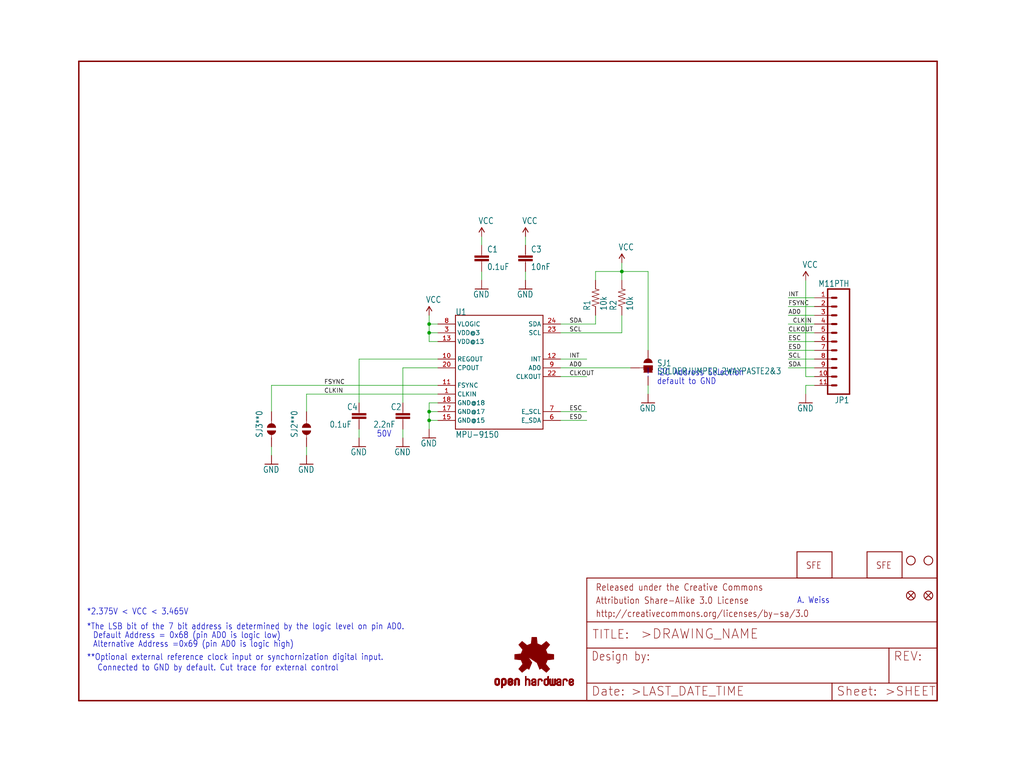
<source format=kicad_sch>
(kicad_sch (version 20211123) (generator eeschema)
  (paper "User" 297.002 223.926)
  (lib_symbols
    (symbol "schematicEagle-eagle-import:CAP0402-CAP"
      (property "Reference" "C" (at 1.524 2.921 0))
      (property "Value" "CAP0402-CAP" (at 1.524 -2.159 0))
      (symbol "CAP0402-CAP_1_0"
        (pin passive line (at 0 5.08 270) (length 2.54) (name "1") (number "1"))
        (pin passive line (at 0 -2.54 90) (length 2.54) (name "2") (number "2"))
      )
    )
    (symbol "schematicEagle-eagle-import:FIDUCIALUFIDUCIAL")
    (symbol "schematicEagle-eagle-import:FRAME-LETTER"
      (symbol "FRAME-LETTER_2_0"
        (text ">DRAWING_NAME" (at 15.494 17.78 0) (effects (font (size 2.7432 2.7432)) (justify left bottom)))
        (text ">LAST_DATE_TIME" (at 12.7 1.27 0) (effects (font (size 2.54 2.54)) (justify left bottom)))
        (text ">SHEET" (at 86.36 1.27 0) (effects (font (size 2.54 2.54)) (justify left bottom)))
        (text "Attribution Share-Alike 3.0 License" (at 2.54 27.94 0) (effects (font (size 1.9304 1.6408)) (justify left bottom)))
        (text "Date:" (at 1.27 1.27 0) (effects (font (size 2.54 2.54)) (justify left bottom)))
        (text "Design by:" (at 1.27 11.43 0) (effects (font (size 2.54 2.159)) (justify left bottom)))
        (text "http://creativecommons.org/licenses/by-sa/3.0" (at 2.54 24.13 0) (effects (font (size 1.9304 1.6408)) (justify left bottom)))
        (text "Released under the Creative Commons" (at 2.54 31.75 0) (effects (font (size 1.9304 1.6408)) (justify left bottom)))
        (text "REV:" (at 88.9 11.43 0) (effects (font (size 2.54 2.54)) (justify left bottom)))
        (text "Sheet:" (at 72.39 1.27 0) (effects (font (size 2.54 2.54)) (justify left bottom)))
        (text "TITLE:" (at 1.524 17.78 0) (effects (font (size 2.54 2.54)) (justify left bottom)))
      )
    )
    (symbol "schematicEagle-eagle-import:GND" (power)
      (property "Value" "GND" (at -2.54 -2.54 0))
      (symbol "GND_1_0"
        (pin power_in line (at 0 2.54 270) (length 2.54) (name "GND") (number "1"))
      )
    )
    (symbol "schematicEagle-eagle-import:LOGO-SFENW2"
      (symbol "LOGO-SFENW2_1_0"
        (text "SFE" (at 0 0 0) (effects (font (size 1.9304 1.6408)) (justify left bottom)))
      )
    )
    (symbol "schematicEagle-eagle-import:LOGO-SFESK"
      (symbol "LOGO-SFESK_1_0"
        (text "SFE" (at 0 0 0) (effects (font (size 1.9304 1.6408)) (justify left bottom)))
      )
    )
    (symbol "schematicEagle-eagle-import:M11PTH"
      (property "Reference" "JP" (at 0 16.002 0))
      (property "Value" "M11PTH" (at 0 -17.78 0))
      (symbol "M11PTH_1_0"
        (pin passive line (at 10.16 -12.7 180) (length 5.08) (name "1") (number "1"))
        (pin passive line (at 10.16 10.16 180) (length 5.08) (name "10") (number "10"))
        (pin passive line (at 10.16 12.7 180) (length 5.08) (name "11") (number "11"))
        (pin passive line (at 10.16 -10.16 180) (length 5.08) (name "2") (number "2"))
        (pin passive line (at 10.16 -7.62 180) (length 5.08) (name "3") (number "3"))
        (pin passive line (at 10.16 -5.08 180) (length 5.08) (name "4") (number "4"))
        (pin passive line (at 10.16 -2.54 180) (length 5.08) (name "5") (number "5"))
        (pin passive line (at 10.16 0 180) (length 5.08) (name "6") (number "6"))
        (pin passive line (at 10.16 2.54 180) (length 5.08) (name "7") (number "7"))
        (pin passive line (at 10.16 5.08 180) (length 5.08) (name "8") (number "8"))
        (pin passive line (at 10.16 7.62 180) (length 5.08) (name "9") (number "9"))
      )
    )
    (symbol "schematicEagle-eagle-import:MPU-9150QFN-24-NP"
      (property "Reference" "U" (at -12.7 17.78 0))
      (property "Value" "MPU-9150QFN-24-NP" (at -12.7 -17.78 0))
      (symbol "MPU-9150QFN-24-NP_1_0"
        (pin bidirectional line (at -17.78 -5.08 0) (length 5.08) (name "CLKIN") (number "1"))
        (pin bidirectional line (at -17.78 5.08 0) (length 5.08) (name "REGOUT") (number "10"))
        (pin bidirectional line (at -17.78 -2.54 0) (length 5.08) (name "FSYNC") (number "11"))
        (pin bidirectional line (at 17.78 5.08 180) (length 5.08) (name "INT") (number "12"))
        (pin bidirectional line (at -17.78 10.16 0) (length 5.08) (name "VDD@13") (number "13"))
        (pin bidirectional line (at -17.78 -12.7 0) (length 5.08) (name "GND@15") (number "15"))
        (pin bidirectional line (at -17.78 -10.16 0) (length 5.08) (name "GND@17") (number "17"))
        (pin bidirectional line (at -17.78 -7.62 0) (length 5.08) (name "GND@18") (number "18"))
        (pin bidirectional line (at -17.78 2.54 0) (length 5.08) (name "CPOUT") (number "20"))
        (pin bidirectional line (at 17.78 0 180) (length 5.08) (name "CLKOUT") (number "22"))
        (pin bidirectional line (at 17.78 12.7 180) (length 5.08) (name "SCL") (number "23"))
        (pin bidirectional line (at 17.78 15.24 180) (length 5.08) (name "SDA") (number "24"))
        (pin bidirectional line (at -17.78 12.7 0) (length 5.08) (name "VDD@3") (number "3"))
        (pin bidirectional line (at 17.78 -12.7 180) (length 5.08) (name "E_SDA") (number "6"))
        (pin bidirectional line (at 17.78 -10.16 180) (length 5.08) (name "E_SCL") (number "7"))
        (pin bidirectional line (at -17.78 15.24 0) (length 5.08) (name "VLOGIC") (number "8"))
        (pin bidirectional line (at 17.78 2.54 180) (length 5.08) (name "AD0") (number "9"))
      )
    )
    (symbol "schematicEagle-eagle-import:OSHW-LOGOS")
    (symbol "schematicEagle-eagle-import:RESISTOR0402-RES"
      (property "Reference" "R" (at -3.81 1.4986 0))
      (property "Value" "RESISTOR0402-RES" (at -3.81 -3.302 0))
      (symbol "RESISTOR0402-RES_1_0"
        (pin passive line (at -5.08 0 0) (length 2.54) (name "1") (number "1"))
        (pin passive line (at 5.08 0 180) (length 2.54) (name "2") (number "2"))
      )
    )
    (symbol "schematicEagle-eagle-import:SOLDERJUMPERTRACE"
      (property "Reference" "SJ" (at -2.54 2.54 0))
      (property "Value" "SOLDERJUMPERTRACE" (at -2.54 -5.08 0))
      (symbol "SOLDERJUMPERTRACE_1_0"
        (pin passive line (at -5.08 0 0) (length 2.54) (name "1") (number "1"))
        (pin passive line (at 5.08 0 180) (length 2.54) (name "2") (number "2"))
      )
    )
    (symbol "schematicEagle-eagle-import:SOLDERJUMPER_2WAYPASTE2&3"
      (property "Reference" "SJ" (at 2.54 0.381 0))
      (property "Value" "SOLDERJUMPER_2WAYPASTE2&3" (at 2.54 -1.905 0))
      (symbol "SOLDERJUMPER_2WAYPASTE2&3_1_0"
        (pin passive line (at 0 5.08 270) (length 2.54) (name "1") (number "1"))
        (pin passive line (at -5.08 0 0) (length 2.54) (name "2") (number "2"))
        (pin passive line (at 0 -5.08 90) (length 2.54) (name "3") (number "3"))
      )
    )
    (symbol "schematicEagle-eagle-import:STAND-OFF")
    (symbol "schematicEagle-eagle-import:VCC" (power)
      (property "Value" "VCC" (at -1.016 3.556 0))
      (symbol "VCC_1_0"
        (pin power_in line (at 0 0 90) (length 2.54) (name "VCC") (number "1"))
      )
    )
  )
  (junction (at 180.34 78.74))
  (junction (at 124.46 121.92))
  (junction (at 124.46 119.38))
  (junction (at 124.46 96.52))
  (junction (at 124.46 93.98))
  (wire (pts (xy 78.74 111.76) (xy 78.74 119.38)))
  (wire (pts (xy 236.22 93.98) (xy 228.6 93.98)))
  (wire (pts (xy 127 93.98) (xy 124.46 93.98)))
  (wire (pts (xy 228.6 104.14) (xy 236.22 104.14)))
  (wire (pts (xy 116.84 127) (xy 116.84 124.46)))
  (wire (pts (xy 236.22 111.76) (xy 233.68 111.76)))
  (wire (pts (xy 124.46 93.98) (xy 124.46 91.44)))
  (wire (pts (xy 124.46 121.92) (xy 124.46 124.46)))
  (wire (pts (xy 172.72 81.28) (xy 172.72 78.74)))
  (polyline (pts (xy 187.96 106.68) (xy 187.96 109.22)))
  (wire (pts (xy 152.4 68.58) (xy 152.4 71.12)))
  (wire (pts (xy 162.56 104.14) (xy 170.18 104.14)))
  (wire (pts (xy 228.6 99.06) (xy 236.22 99.06)))
  (wire (pts (xy 124.46 96.52) (xy 124.46 93.98)))
  (wire (pts (xy 228.6 101.6) (xy 236.22 101.6)))
  (wire (pts (xy 162.56 121.92) (xy 170.18 121.92)))
  (wire (pts (xy 172.72 93.98) (xy 172.72 91.44)))
  (wire (pts (xy 127 99.06) (xy 124.46 99.06)))
  (wire (pts (xy 180.34 78.74) (xy 180.34 81.28)))
  (wire (pts (xy 127 96.52) (xy 124.46 96.52)))
  (wire (pts (xy 88.9 129.54) (xy 88.9 132.08)))
  (wire (pts (xy 180.34 78.74) (xy 180.34 76.2)))
  (wire (pts (xy 187.96 101.6) (xy 187.96 78.74)))
  (wire (pts (xy 78.74 111.76) (xy 127 111.76)))
  (wire (pts (xy 162.56 96.52) (xy 180.34 96.52)))
  (wire (pts (xy 127 106.68) (xy 116.84 106.68)))
  (wire (pts (xy 124.46 119.38) (xy 124.46 121.92)))
  (wire (pts (xy 236.22 88.9) (xy 228.6 88.9)))
  (wire (pts (xy 162.56 106.68) (xy 182.88 106.68)))
  (wire (pts (xy 162.56 119.38) (xy 170.18 119.38)))
  (wire (pts (xy 127 116.84) (xy 124.46 116.84)))
  (wire (pts (xy 162.56 93.98) (xy 172.72 93.98)))
  (wire (pts (xy 228.6 96.52) (xy 236.22 96.52)))
  (wire (pts (xy 88.9 114.3) (xy 127 114.3)))
  (wire (pts (xy 236.22 109.22) (xy 233.68 109.22)))
  (wire (pts (xy 187.96 111.76) (xy 187.96 114.3)))
  (wire (pts (xy 187.96 78.74) (xy 180.34 78.74)))
  (wire (pts (xy 228.6 91.44) (xy 236.22 91.44)))
  (wire (pts (xy 139.7 81.28) (xy 139.7 78.74)))
  (wire (pts (xy 104.14 104.14) (xy 104.14 116.84)))
  (wire (pts (xy 162.56 109.22) (xy 170.18 109.22)))
  (wire (pts (xy 124.46 116.84) (xy 124.46 119.38)))
  (wire (pts (xy 88.9 114.3) (xy 88.9 119.38)))
  (wire (pts (xy 139.7 68.58) (xy 139.7 71.12)))
  (wire (pts (xy 104.14 127) (xy 104.14 124.46)))
  (wire (pts (xy 152.4 78.74) (xy 152.4 81.28)))
  (wire (pts (xy 172.72 78.74) (xy 180.34 78.74)))
  (wire (pts (xy 78.74 129.54) (xy 78.74 132.08)))
  (wire (pts (xy 233.68 111.76) (xy 233.68 114.3)))
  (wire (pts (xy 116.84 106.68) (xy 116.84 116.84)))
  (wire (pts (xy 228.6 86.36) (xy 236.22 86.36)))
  (wire (pts (xy 127 119.38) (xy 124.46 119.38)))
  (wire (pts (xy 127 121.92) (xy 124.46 121.92)))
  (wire (pts (xy 228.6 106.68) (xy 236.22 106.68)))
  (wire (pts (xy 127 104.14) (xy 104.14 104.14)))
  (wire (pts (xy 180.34 96.52) (xy 180.34 91.44)))
  (wire (pts (xy 124.46 99.06) (xy 124.46 96.52)))
  (wire (pts (xy 233.68 109.22) (xy 233.68 81.28)))
  (text "I2C Address Selection" (at 190.5 109.22 180) (effects (font (size 1.778 1.5113)) (justify left bottom)))
  (text "Default Address = 0x68 (pin AD0 is logic low)" (at 26.924 185.42 180) (effects (font (size 1.778 1.5113)) (justify left bottom)))
  (text "default to GND" (at 190.5 111.76 180) (effects (font (size 1.778 1.5113)) (justify left bottom)))
  (text "50V" (at 109.22 127 180) (effects (font (size 1.778 1.5113)) (justify left bottom)))
  (text "*The LSB bit of the 7 bit address is determined by the logic level on pin AD0." (at 25.146 182.88 0) (effects (font (size 1.778 1.5113)) (justify left bottom)))
  (text "Connected to GND by default. Cut trace for external control" (at 28.194 194.818 0) (effects (font (size 1.778 1.5113)) (justify left bottom)))
  (text "Alternative Address =0x69 (pin AD0 is logic high)" (at 26.924 187.96 180) (effects (font (size 1.778 1.5113)) (justify left bottom)))
  (text "A. Weiss" (at 231.14 175.26 180) (effects (font (size 1.778 1.5113)) (justify left bottom)))
  (text "*2.375V < VCC < 3.465V" (at 25.146 178.562 180) (effects (font (size 1.778 1.5113)) (justify left bottom)))
  (text "**Optional external reference clock input or synchornization digital input." (at 25.146 191.77 0) (effects (font (size 1.778 1.5113)) (justify left bottom)))
  (label "ESC" (at 165.1 119.38 0) (effects (font (size 1.2446 1.2446))))
  (label "AD0" (at 165.1 106.68 0) (effects (font (size 1.2446 1.2446))))
  (label "SCL" (at 165.1 96.52 0) (effects (font (size 1.2446 1.2446))))
  (label "CLKIN" (at 229.87 93.98 0) (effects (font (size 1.2446 1.2446))))
  (label "CLKIN" (at 93.98 114.3 0) (effects (font (size 1.2446 1.2446))))
  (label "SDA" (at 228.6 106.68 0) (effects (font (size 1.2446 1.2446))))
  (label "FSYNC" (at 93.98 111.76 0) (effects (font (size 1.2446 1.2446))))
  (label "INT" (at 228.6 86.36 0) (effects (font (size 1.2446 1.2446))))
  (label "AD0" (at 228.6 91.44 0) (effects (font (size 1.2446 1.2446))))
  (label "CLKOUT" (at 228.6 96.52 0) (effects (font (size 1.2446 1.2446))))
  (label "ESD" (at 228.6 101.6 0) (effects (font (size 1.2446 1.2446))))
  (label "INT" (at 165.1 104.14 0) (effects (font (size 1.2446 1.2446))))
  (label "SDA" (at 165.1 93.98 0) (effects (font (size 1.2446 1.2446))))
  (label "SCL" (at 228.6 104.14 0) (effects (font (size 1.2446 1.2446))))
  (label "ESD" (at 165.1 121.92 0) (effects (font (size 1.2446 1.2446))))
  (label "ESC" (at 228.6 99.06 0) (effects (font (size 1.2446 1.2446))))
  (label "FSYNC" (at 228.6 88.9 0) (effects (font (size 1.2446 1.2446))))
  (label "CLKOUT" (at 165.1 109.22 0) (effects (font (size 1.2446 1.2446))))
  (symbol (lib_id "schematicEagle-eagle-import:FIDUCIALUFIDUCIAL") (at 269.24 172.72 0) (unit 1)
    (property "Reference" "JP7" (effects hide))
    (property "Value" "FIDUCIALUFIDUCIAL" (effects hide))
    (property "Footprint" "schematicEagle:MICRO-FIDUCIAL" (effects hide))
  )
  (symbol (lib_id "schematicEagle-eagle-import:MPU-9150QFN-24-NP") (at 144.78 109.22 0) (unit 1)
    (property "Reference" "U1" (at 132.08 91.44 0) (effects (font (size 1.778 1.5113)) (justify left bottom)))
    (property "Value" "MPU-9150" (at 132.08 127 0) (effects (font (size 1.778 1.5113)) (justify left bottom)))
    (property "Footprint" "schematicEagle:QFN-24-NP" (effects hide))
  )
  (symbol (lib_id "schematicEagle-eagle-import:CAP0402-CAP") (at 139.7 76.2 0) (unit 1)
    (property "Reference" "C1" (at 141.224 73.279 0) (effects (font (size 1.778 1.5113)) (justify left bottom)))
    (property "Value" "0.1uF" (at 141.224 78.359 0) (effects (font (size 1.778 1.5113)) (justify left bottom)))
    (property "Footprint" "schematicEagle:0402-CAP" (effects hide))
  )
  (symbol (lib_id "schematicEagle-eagle-import:SOLDERJUMPERTRACE") (at 88.9 124.46 90) (unit 1)
    (property "Reference" "SJ2**0" (at 86.36 127 0) (effects (font (size 1.778 1.5113)) (justify left bottom)))
    (property "Value" "SOLDERJUMPERTRACE" (effects hide))
    (property "Footprint" "schematicEagle:SJ_2S-TRACE" (effects hide))
  )
  (symbol (lib_id "schematicEagle-eagle-import:RESISTOR0402-RES") (at 180.34 86.36 90) (unit 1)
    (property "Reference" "R2" (at 178.8414 90.17 0) (effects (font (size 1.778 1.5113)) (justify left bottom)))
    (property "Value" "10k" (at 183.642 90.17 0) (effects (font (size 1.778 1.5113)) (justify left bottom)))
    (property "Footprint" "schematicEagle:0402-RES" (effects hide))
  )
  (symbol (lib_id "schematicEagle-eagle-import:CAP0402-CAP") (at 152.4 76.2 0) (unit 1)
    (property "Reference" "C3" (at 153.924 73.279 0) (effects (font (size 1.778 1.5113)) (justify left bottom)))
    (property "Value" "10nF" (at 153.924 78.359 0) (effects (font (size 1.778 1.5113)) (justify left bottom)))
    (property "Footprint" "schematicEagle:0402-CAP" (effects hide))
  )
  (symbol (lib_id "schematicEagle-eagle-import:VCC") (at 139.7 68.58 0) (unit 1)
    (property "Reference" "#P+3" (effects hide))
    (property "Value" "VCC" (at 138.684 65.024 0) (effects (font (size 1.778 1.5113)) (justify left bottom)))
    (property "Footprint" "schematicEagle:" (effects hide))
  )
  (symbol (lib_id "schematicEagle-eagle-import:VCC") (at 152.4 68.58 0) (unit 1)
    (property "Reference" "#P+4" (effects hide))
    (property "Value" "VCC" (at 151.384 65.024 0) (effects (font (size 1.778 1.5113)) (justify left bottom)))
    (property "Footprint" "schematicEagle:" (effects hide))
  )
  (symbol (lib_id "schematicEagle-eagle-import:SOLDERJUMPER_2WAYPASTE2&3") (at 187.96 106.68 0) (unit 1)
    (property "Reference" "SJ1" (at 190.5 106.299 0) (effects (font (size 1.778 1.5113)) (justify left bottom)))
    (property "Value" "SOLDERJUMPER_2WAYPASTE2&3" (at 190.5 108.585 0) (effects (font (size 1.778 1.5113)) (justify left bottom)))
    (property "Footprint" "schematicEagle:SJ_3_PASTE2&3" (effects hide))
  )
  (symbol (lib_id "schematicEagle-eagle-import:STAND-OFF") (at 264.16 162.56 0) (unit 1)
    (property "Reference" "JP3" (effects hide))
    (property "Value" "STAND-OFF" (effects hide))
    (property "Footprint" "schematicEagle:STAND-OFF" (effects hide))
  )
  (symbol (lib_id "schematicEagle-eagle-import:VCC") (at 124.46 91.44 0) (unit 1)
    (property "Reference" "#P+1" (effects hide))
    (property "Value" "VCC" (at 123.444 87.884 0) (effects (font (size 1.778 1.5113)) (justify left bottom)))
    (property "Footprint" "schematicEagle:" (effects hide))
  )
  (symbol (lib_id "schematicEagle-eagle-import:GND") (at 152.4 83.82 0) (unit 1)
    (property "Reference" "#GND4" (effects hide))
    (property "Value" "GND" (at 149.86 86.36 0) (effects (font (size 1.778 1.5113)) (justify left bottom)))
    (property "Footprint" "schematicEagle:" (effects hide))
  )
  (symbol (lib_id "schematicEagle-eagle-import:GND") (at 139.7 83.82 0) (unit 1)
    (property "Reference" "#GND2" (effects hide))
    (property "Value" "GND" (at 137.16 86.36 0) (effects (font (size 1.778 1.5113)) (justify left bottom)))
    (property "Footprint" "schematicEagle:" (effects hide))
  )
  (symbol (lib_id "schematicEagle-eagle-import:GND") (at 78.74 134.62 0) (unit 1)
    (property "Reference" "#GND9" (effects hide))
    (property "Value" "GND" (at 76.2 137.16 0) (effects (font (size 1.778 1.5113)) (justify left bottom)))
    (property "Footprint" "schematicEagle:" (effects hide))
  )
  (symbol (lib_id "schematicEagle-eagle-import:M11PTH") (at 246.38 99.06 180) (unit 1)
    (property "Reference" "JP1" (at 246.38 115.062 0) (effects (font (size 1.778 1.5113)) (justify left bottom)))
    (property "Value" "M11PTH" (at 246.38 81.28 0) (effects (font (size 1.778 1.5113)) (justify left bottom)))
    (property "Footprint" "schematicEagle:1X11" (effects hide))
  )
  (symbol (lib_id "schematicEagle-eagle-import:FRAME-LETTER") (at 170.18 203.2 0) (unit 2)
    (property "Reference" "#FRAME1" (effects hide))
    (property "Value" "FRAME-LETTER" (effects hide))
    (property "Footprint" "schematicEagle:" (effects hide))
  )
  (symbol (lib_id "schematicEagle-eagle-import:GND") (at 104.14 129.54 0) (unit 1)
    (property "Reference" "#GND5" (effects hide))
    (property "Value" "GND" (at 101.6 132.08 0) (effects (font (size 1.778 1.5113)) (justify left bottom)))
    (property "Footprint" "schematicEagle:" (effects hide))
  )
  (symbol (lib_id "schematicEagle-eagle-import:STAND-OFF") (at 269.24 162.56 0) (unit 1)
    (property "Reference" "JP2" (effects hide))
    (property "Value" "STAND-OFF" (effects hide))
    (property "Footprint" "schematicEagle:STAND-OFF" (effects hide))
  )
  (symbol (lib_id "schematicEagle-eagle-import:CAP0402-CAP") (at 116.84 121.92 0) (unit 1)
    (property "Reference" "C2" (at 113.284 118.999 0) (effects (font (size 1.778 1.5113)) (justify left bottom)))
    (property "Value" "2.2nF" (at 108.204 124.079 0) (effects (font (size 1.778 1.5113)) (justify left bottom)))
    (property "Footprint" "schematicEagle:0402-CAP" (effects hide))
  )
  (symbol (lib_id "schematicEagle-eagle-import:FIDUCIALUFIDUCIAL") (at 264.16 172.72 0) (unit 1)
    (property "Reference" "JP8" (effects hide))
    (property "Value" "FIDUCIALUFIDUCIAL" (effects hide))
    (property "Footprint" "schematicEagle:MICRO-FIDUCIAL" (effects hide))
  )
  (symbol (lib_id "schematicEagle-eagle-import:VCC") (at 180.34 76.2 0) (unit 1)
    (property "Reference" "#P+2" (effects hide))
    (property "Value" "VCC" (at 179.324 72.644 0) (effects (font (size 1.778 1.5113)) (justify left bottom)))
    (property "Footprint" "schematicEagle:" (effects hide))
  )
  (symbol (lib_id "schematicEagle-eagle-import:OSHW-LOGOS") (at 154.94 190.5 0) (unit 1)
    (property "Reference" "U$1" (effects hide))
    (property "Value" "OSHW-LOGOS" (effects hide))
    (property "Footprint" "schematicEagle:OSHW-LOGO-S" (effects hide))
  )
  (symbol (lib_id "schematicEagle-eagle-import:FRAME-LETTER") (at 22.86 203.2 0) (unit 1)
    (property "Reference" "#FRAME1" (effects hide))
    (property "Value" "FRAME-LETTER" (effects hide))
    (property "Footprint" "schematicEagle:" (effects hide))
  )
  (symbol (lib_id "schematicEagle-eagle-import:GND") (at 124.46 127 0) (unit 1)
    (property "Reference" "#GND1" (effects hide))
    (property "Value" "GND" (at 121.92 129.54 0) (effects (font (size 1.778 1.5113)) (justify left bottom)))
    (property "Footprint" "schematicEagle:" (effects hide))
  )
  (symbol (lib_id "schematicEagle-eagle-import:VCC") (at 233.68 81.28 0) (unit 1)
    (property "Reference" "#P+5" (effects hide))
    (property "Value" "VCC" (at 232.664 77.724 0) (effects (font (size 1.778 1.5113)) (justify left bottom)))
    (property "Footprint" "schematicEagle:" (effects hide))
  )
  (symbol (lib_id "schematicEagle-eagle-import:GND") (at 187.96 116.84 0) (unit 1)
    (property "Reference" "#GND7" (effects hide))
    (property "Value" "GND" (at 185.42 119.38 0) (effects (font (size 1.778 1.5113)) (justify left bottom)))
    (property "Footprint" "schematicEagle:" (effects hide))
  )
  (symbol (lib_id "schematicEagle-eagle-import:GND") (at 233.68 116.84 0) (unit 1)
    (property "Reference" "#GND6" (effects hide))
    (property "Value" "GND" (at 231.14 119.38 0) (effects (font (size 1.778 1.5113)) (justify left bottom)))
    (property "Footprint" "schematicEagle:" (effects hide))
  )
  (symbol (lib_id "schematicEagle-eagle-import:GND") (at 116.84 129.54 0) (unit 1)
    (property "Reference" "#GND3" (effects hide))
    (property "Value" "GND" (at 114.3 132.08 0) (effects (font (size 1.778 1.5113)) (justify left bottom)))
    (property "Footprint" "schematicEagle:" (effects hide))
  )
  (symbol (lib_id "schematicEagle-eagle-import:RESISTOR0402-RES") (at 172.72 86.36 90) (unit 1)
    (property "Reference" "R1" (at 171.2214 90.17 0) (effects (font (size 1.778 1.5113)) (justify left bottom)))
    (property "Value" "10k" (at 176.022 90.17 0) (effects (font (size 1.778 1.5113)) (justify left bottom)))
    (property "Footprint" "schematicEagle:0402-RES" (effects hide))
  )
  (symbol (lib_id "schematicEagle-eagle-import:SOLDERJUMPERTRACE") (at 78.74 124.46 90) (unit 1)
    (property "Reference" "SJ3**0" (at 76.2 127 0) (effects (font (size 1.778 1.5113)) (justify left bottom)))
    (property "Value" "SOLDERJUMPERTRACE" (effects hide))
    (property "Footprint" "schematicEagle:SJ_2S-TRACE" (effects hide))
  )
  (symbol (lib_id "schematicEagle-eagle-import:CAP0402-CAP") (at 104.14 121.92 0) (unit 1)
    (property "Reference" "C4" (at 100.584 118.999 0) (effects (font (size 1.778 1.5113)) (justify left bottom)))
    (property "Value" "0.1uF" (at 95.504 124.079 0) (effects (font (size 1.778 1.5113)) (justify left bottom)))
    (property "Footprint" "schematicEagle:0402-CAP" (effects hide))
  )
  (symbol (lib_id "schematicEagle-eagle-import:LOGO-SFESK") (at 233.68 165.1 0) (unit 1)
    (property "Reference" "JP6" (effects hide))
    (property "Value" "LOGO-SFESK" (effects hide))
    (property "Footprint" "schematicEagle:SFE-LOGO-FLAME" (effects hide))
  )
  (symbol (lib_id "schematicEagle-eagle-import:LOGO-SFENW2") (at 254 165.1 0) (unit 1)
    (property "Reference" "JP4" (effects hide))
    (property "Value" "LOGO-SFENW2" (effects hide))
    (property "Footprint" "schematicEagle:SFE-NEW-WEB" (effects hide))
  )
  (symbol (lib_id "schematicEagle-eagle-import:GND") (at 88.9 134.62 0) (unit 1)
    (property "Reference" "#GND8" (effects hide))
    (property "Value" "GND" (at 86.36 137.16 0) (effects (font (size 1.778 1.5113)) (justify left bottom)))
    (property "Footprint" "schematicEagle:" (effects hide))
  )
)
</source>
